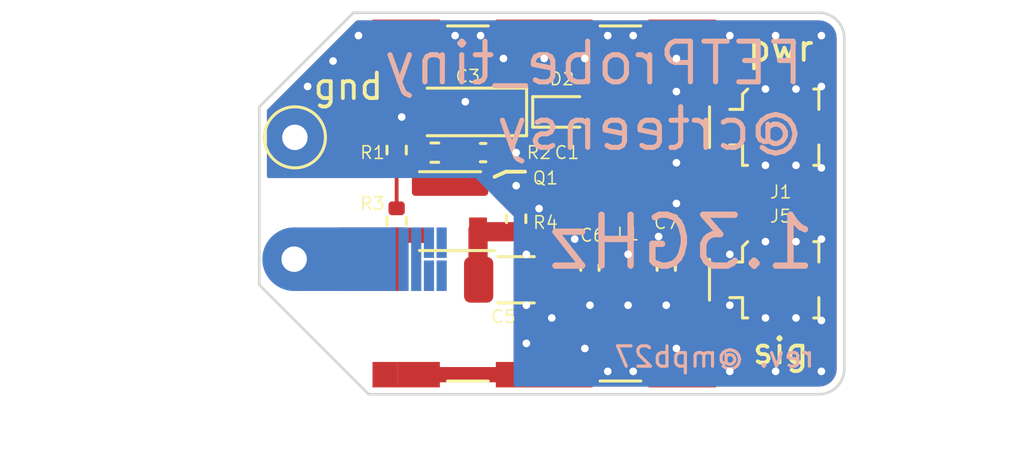
<source format=kicad_pcb>
(kicad_pcb (version 20241229) (generator "pcbnew") (generator_version "9.0")
  (layers (0 "F.Cu" signal) (2 "B.Cu" signal) (13 "F.Paste" user) (15 "B.Paste" user) (5 "F.SilkS" user "F.Silkscreen") (7 "B.SilkS" user "B.Silkscreen") (1 "F.Mask" user) (3 "B.Mask" user) (25 "Edge.Cuts" user))
  (net 0 "")
  (net 1 "GND")
  (net 3 "Net-(C4-Pad2)")
  (net 4 "/out2")
  (net 5 "/out1")
  (net 6 "Net-(R1-Pad2)")
  (net 7 "/out")
  (net 8 "Net-(D2-Pad2)")
  (net 9 "+5V")
  (footprint "Connector_Coaxial:U.FL_Molex_MCRF_73412-0110_Vertical" (layer "F.Cu") (at 122.5 103 -90)
    (property "Reference" "J5" (at -2.5 0 0) (layer "F.SilkS") (effects (font (size 0.5 0.5) (thickness 0.06))))
    (property "Value" "u.Fl")
    (fp_line (start -1.3 1.5) (end -1.5 1.3) (stroke (width 0.12)) (layer "F.SilkS"))
    (fp_line (start -0.7 1.5) (end -0.7 2) (stroke (width 0.12)) (layer "F.SilkS"))
    (fp_line (start -0.7 1.5) (end -1.3 1.5) (stroke (width 0.12)) (layer "F.SilkS"))
    (fp_line (start 0.7 1.5) (end 0.7 2) (stroke (width 0.12)) (layer "F.SilkS"))
    (fp_line (start 1.5 1.5) (end 0.7 1.5) (stroke (width 0.12)) (layer "F.SilkS"))
    (fp_line (start 1.5 1.3) (end 1.5 1.5) (stroke (width 0.12)) (layer "F.SilkS"))
    (fp_line (start -1.5 -1.3) (end -1.5 -1.5) (stroke (width 0.12)) (layer "F.SilkS"))
    (fp_line (start -1.5 -1.5) (end -0.7 -1.5) (stroke (width 0.12)) (layer "F.SilkS"))
    (fp_line (start 0.7 -1.5) (end 1.5 -1.5) (stroke (width 0.12)) (layer "F.SilkS"))
    (fp_line (start 1.5 -1.5) (end 1.5 -1.3) (stroke (width 0.12)) (layer "F.SilkS"))
    (pad "1" smd rect (at 0 1.5 270) (size 1 1) (layers "F.Cu" "F.Mask" "F.Paste") (net 7 "/out"))
    (pad "2" smd rect (at -1.475 0 270) (size 1.05 2.2) (layers "F.Cu" "F.Mask" "F.Paste") (net 1 "GND"))
    (pad "2" smd rect (at 0 -1.5 270) (size 1 1) (layers "F.Cu" "F.Mask" "F.Paste") (net 1 "GND"))
    (pad "2" smd rect (at 1.475 0 270) (size 1.05 2.2) (layers "F.Cu" "F.Mask" "F.Paste") (net 1 "GND"))
  )
  (footprint "RF_Shielding:Laird_Technologies_BMI-S-101_13.66x12.70mm" (layer "F.Cu") (at 113.2 100)
    (property "Reference" "N1" (hide yes))
    (property "Value" "Laird_BMI-S-101")
    (fp_line (start -3.8 -6.98) (end -2.2 -6.98) (stroke (width 0.12)) (layer "F.SilkS"))
    (fp_line (start -3.8 6.98) (end -2.2 6.98) (stroke (width 0.12)) (layer "F.SilkS"))
    (fp_line (start 2.2 -6.98) (end 3.8 -6.98) (stroke (width 0.12)) (layer "F.SilkS"))
    (fp_line (start 2.2 6.98) (end 3.8 6.98) (stroke (width 0.12)) (layer "F.SilkS"))
    (fp_line (start 6.5 -3.8) (end 6.5 -2.2) (stroke (width 0.12)) (layer "F.SilkS"))
    (fp_line (start 6.5 2.2) (end 6.5 3.8) (stroke (width 0.12)) (layer "F.SilkS"))
    (pad "1" smd rect (at -6.25 -6.73) (size 1 1) (layers "F.Cu" "F.Mask" "F.Paste") (net 1 "GND"))
    (pad "1" smd rect (at -6.25 6.73) (size 1 1) (layers "F.Cu" "F.Mask" "F.Paste") (net 1 "GND"))
    (pad "1" smd rect (at -4.925 -6.73) (size 1.65 1) (layers "F.Cu" "F.Mask" "F.Paste") (net 1 "GND"))
    (pad "1" smd rect (at -4.925 6.73) (size 1.65 1) (layers "F.Cu" "F.Mask" "F.Paste") (net 1 "GND"))
    (pad "1" smd rect (at 0 -6.73) (size 3.8 1) (layers "F.Cu" "F.Mask" "F.Paste") (net 1 "GND"))
    (pad "1" smd rect (at 0 6.73) (size 3.8 1) (layers "F.Cu" "F.Mask" "F.Paste") (net 1 "GND"))
    (pad "1" smd rect (at 4.925 -6.73) (size 1.65 1) (layers "F.Cu" "F.Mask" "F.Paste") (net 1 "GND"))
    (pad "1" smd rect (at 4.925 6.73) (size 1.65 1) (layers "F.Cu" "F.Mask" "F.Paste") (net 1 "GND"))
    (pad "1" smd rect (at 6.25 -6.73) (size 1 1) (layers "F.Cu" "F.Mask" "F.Paste") (net 1 "GND"))
    (pad "1" smd rect (at 6.25 -5.165) (size 1 2.13) (layers "F.Cu" "F.Mask" "F.Paste") (net 1 "GND"))
    (pad "1" smd rect (at 6.25 0) (size 1 3.8) (layers "F.Cu" "F.Mask" "F.Paste") (net 1 "GND"))
    (pad "1" smd rect (at 6.25 5.165) (size 1 2.13) (layers "F.Cu" "F.Mask" "F.Paste") (net 1 "GND"))
    (pad "1" smd rect (at 6.25 6.73) (size 1 1) (layers "F.Cu" "F.Mask" "F.Paste") (net 1 "GND"))
  )
  (footprint "FETProbe:SOT-143_mod" (layer "F.Cu") (at 109.5 100.3 180)
    (property "Reference" "Q1" (at -3.75 1.3 180) (layer "F.SilkS") (effects (font (size 0.5 0.5) (thickness 0.06))))
    (property "Value" "BF998")
    (fp_line (start 1.2 -1.55) (end -1.75 -1.55) (stroke (width 0.12)) (layer "F.SilkS"))
    (fp_line (start -1.2 1.55) (end 1.2 1.55) (stroke (width 0.12)) (layer "F.SilkS"))
    (pad "1" smd rect (at -1.1 -0.75 180) (size 0.7 1) (layers "F.Cu" "F.Mask" "F.Paste") (net 4 "/out2"))
    (pad "2" smd rect (at -1.1 0.95 180) (size 0.7 0.6) (layers "F.Cu" "F.Mask" "F.Paste") (net 9 "+5V"))
    (pad "3" smd rect (at 1.1 0.95 180) (size 0.7 0.6) (layers "F.Cu" "F.Mask" "F.Paste") (net 9 "+5V"))
    (pad "4" smd rect (at 1.1 -0.95 180) (size 0.7 0.6) (layers "F.Cu" "F.Mask" "F.Paste") (net 3 "Net-(C4-Pad2)"))
  )
  (footprint "Resistor_SMD:R_0402_1005Metric" (layer "F.Cu") (at 108.9 98)
    (property "Reference" "R2" (at 4.1 0 0) (layer "F.SilkS") (effects (font (size 0.5 0.5) (thickness 0.06))))
    (property "Value" "6k8")
    (fp_line (start -0.153641 -0.38) (end 0.153641 -0.38) (stroke (width 0.12)) (layer "F.SilkS"))
    (fp_line (start -0.153641 0.38) (end 0.153641 0.38) (stroke (width 0.12)) (layer "F.SilkS"))
    (pad "1" smd roundrect (at -0.51 0) (size 0.54 0.64) (layers "F.Cu" "F.Mask" "F.Paste") (net 6 "Net-(R1-Pad2)"))
    (pad "2" smd roundrect (at 0.51 0) (size 0.54 0.64) (layers "F.Cu" "F.Mask" "F.Paste") (net 9 "+5V"))
  )
  (footprint "Capacitor_Tantalum_SMD:CP_EIA-3216-18_Kemet-A" (layer "F.Cu") (at 110.2 96.4 180)
    (property "Reference" "C3" (at 0 1.4 0) (layer "F.SilkS") (effects (font (size 0.5 0.5) (thickness 0.06))))
    (property "Value" "100uF")
    (fp_line (start 1.6 -0.935) (end -2.31 -0.935) (stroke (width 0.12)) (layer "F.SilkS"))
    (fp_line (start -2.31 0.935) (end 1.6 0.935) (stroke (width 0.12)) (layer "F.SilkS"))
    (fp_line (start -2.31 -0.935) (end -2.31 0.935) (stroke (width 0.12)) (layer "F.SilkS"))
    (pad "1" smd roundrect (at -1.35 0 180) (size 1.4 1.35) (layers "F.Cu" "F.Mask" "F.Paste") (roundrect_rratio 0.1851851852) (net 9 "+5V"))
    (pad "2" smd roundrect (at 1.35 0 180) (size 1.4 1.35) (layers "F.Cu" "F.Mask" "F.Paste") (roundrect_rratio 0.1851851852) (net 1 "GND"))
  )
  (footprint "Resistor_SMD:R_0402_1005Metric" (layer "F.Cu") (at 107.4 100.7 -90)
    (property "Reference" "R3" (at -0.7 0.95 180) (layer "F.SilkS") (effects (font (size 0.5 0.5) (thickness 0.06))))
    (property "Value" "1M")
    (fp_line (start -0.153641 0.38) (end 0.153641 0.38) (stroke (width 0.12)) (layer "F.SilkS"))
    (fp_line (start -0.153641 -0.38) (end 0.153641 -0.38) (stroke (width 0.12)) (layer "F.SilkS"))
    (pad "1" smd roundrect (at -0.51 0 270) (size 0.54 0.64) (layers "F.Cu" "F.Mask" "F.Paste") (net 6 "Net-(R1-Pad2)"))
    (pad "2" smd roundrect (at 0.51 0 270) (size 0.54 0.64) (layers "F.Cu" "F.Mask" "F.Paste") (net 3 "Net-(C4-Pad2)"))
  )
  (footprint "Connector_Coaxial:U.FL_Molex_MCRF_73412-0110_Vertical" (layer "F.Cu") (at 122.5 97 -90)
    (property "Reference" "J1" (at 2.55 0 180) (layer "F.SilkS") (effects (font (size 0.5 0.5) (thickness 0.06))))
    (property "Value" "u.Fl")
    (fp_line (start -1.3 1.5) (end -1.5 1.3) (stroke (width 0.12)) (layer "F.SilkS"))
    (fp_line (start -0.7 1.5) (end -0.7 2) (stroke (width 0.12)) (layer "F.SilkS"))
    (fp_line (start -0.7 1.5) (end -1.3 1.5) (stroke (width 0.12)) (layer "F.SilkS"))
    (fp_line (start 0.7 1.5) (end 0.7 2) (stroke (width 0.12)) (layer "F.SilkS"))
    (fp_line (start 1.5 1.5) (end 0.7 1.5) (stroke (width 0.12)) (layer "F.SilkS"))
    (fp_line (start 1.5 1.3) (end 1.5 1.5) (stroke (width 0.12)) (layer "F.SilkS"))
    (fp_line (start -1.5 -1.3) (end -1.5 -1.5) (stroke (width 0.12)) (layer "F.SilkS"))
    (fp_line (start -1.5 -1.5) (end -0.7 -1.5) (stroke (width 0.12)) (layer "F.SilkS"))
    (fp_line (start 0.7 -1.5) (end 1.5 -1.5) (stroke (width 0.12)) (layer "F.SilkS"))
    (fp_line (start 1.5 -1.5) (end 1.5 -1.3) (stroke (width 0.12)) (layer "F.SilkS"))
    (pad "1" smd rect (at 0 1.5 270) (size 1 1) (layers "F.Cu" "F.Mask" "F.Paste") (net 8 "Net-(D2-Pad2)"))
    (pad "2" smd rect (at -1.475 0 270) (size 1.05 2.2) (layers "F.Cu" "F.Mask" "F.Paste") (net 1 "GND"))
    (pad "2" smd rect (at 0 -1.5 270) (size 1 1) (layers "F.Cu" "F.Mask" "F.Paste") (net 1 "GND"))
    (pad "2" smd rect (at 1.475 0 270) (size 1.05 2.2) (layers "F.Cu" "F.Mask" "F.Paste") (net 1 "GND"))
  )
  (footprint "Resistor_SMD:R_0402_1005Metric" (layer "F.Cu") (at 107.4 97.9 -90)
    (property "Reference" "R1" (at 0.1 0.95 180) (layer "F.SilkS") (effects (font (size 0.5 0.5) (thickness 0.06))))
    (property "Value" "4k7")
    (fp_line (start -0.153641 0.38) (end 0.153641 0.38) (stroke (width 0.12)) (layer "F.SilkS"))
    (fp_line (start -0.153641 -0.38) (end 0.153641 -0.38) (stroke (width 0.12)) (layer "F.SilkS"))
    (pad "1" smd roundrect (at -0.51 0 270) (size 0.54 0.64) (layers "F.Cu" "F.Mask" "F.Paste") (net 1 "GND"))
    (pad "2" smd roundrect (at 0.51 0 270) (size 0.54 0.64) (layers "F.Cu" "F.Mask" "F.Paste") (net 6 "Net-(R1-Pad2)"))
  )
  (footprint "FETProbe:input_cap" (layer "F.Cu") (at 108.07 102.19)
    (property "Reference" "C4" (hide yes))
    (property "Value" "C" (hide yes))
    (fp_rect (start -0.6 -1.25) (end -0.2 1.25) (fill yes) (layer "B.Cu"))
    (fp_rect (start -0.1 -1.25) (end 0.3 1.25) (fill yes) (layer "B.Cu"))
    (fp_rect (start 0.4 -1.25) (end 0.8 -0.05) (fill yes) (layer "B.Cu"))
    (fp_rect (start 0.4 0.05) (end 0.8 1.25) (fill yes) (layer "B.Cu"))
    (fp_rect (start 0.9 -1.25) (end 1.3 -0.05) (fill yes) (layer "B.Cu"))
    (fp_rect (start 0.9 0.05) (end 1.3 1.25) (fill yes) (layer "B.Cu"))
    (fp_circle (center -4.7 0) (end -3.45 0) (fill yes) (layer "B.Cu"))
    (fp_poly (pts (xy -4.7 -1.25) (xy -0.7 -1.25) (xy -0.7 1.25) (xy -4.7 1.25)) (fill yes) (layer "B.Cu"))
    (pad "1" thru_hole circle (at -4.7 0) (size 2 2) (drill 1) (layers "*.Cu" "*.Mask"))
    (pad "2" smd rect (at -1.6 0) (size 2.5 2.5) (layers "F.Cu") (net 3 "Net-(C4-Pad2)"))
  )
  (footprint "Capacitor_SMD:C_0402_1005Metric" (layer "F.Cu") (at 115 102.52 -90)
    (property "Reference" "C6" (at -1.27 -0.1 180) (layer "F.SilkS") (effects (font (size 0.5 0.5) (thickness 0.06))))
    (property "Value" "2.2pF")
    (fp_line (start -0.107836 0.36) (end 0.107836 0.36) (stroke (width 0.12)) (layer "F.SilkS"))
    (fp_line (start -0.107836 -0.36) (end 0.107836 -0.36) (stroke (width 0.12)) (layer "F.SilkS"))
    (pad "1" smd roundrect (at -0.48 0 270) (size 0.56 0.62) (layers "F.Cu" "F.Mask" "F.Paste") (net 1 "GND"))
    (pad "2" smd roundrect (at 0.48 0 270) (size 0.56 0.62) (layers "F.Cu" "F.Mask" "F.Paste") (net 5 "/out1"))
  )
  (footprint "Capacitor_SMD:C_0402_1005Metric" (layer "F.Cu") (at 110.8 98 180)
    (property "Reference" "C1" (at -3.3 0 0) (layer "F.SilkS") (effects (font (size 0.5 0.5) (thickness 0.06))))
    (property "Value" "10uF")
    (fp_line (start -0.107836 0.36) (end 0.107836 0.36) (stroke (width 0.12)) (layer "F.SilkS"))
    (fp_line (start -0.107836 -0.36) (end 0.107836 -0.36) (stroke (width 0.12)) (layer "F.SilkS"))
    (pad "1" smd roundrect (at -0.48 0 180) (size 0.56 0.62) (layers "F.Cu" "F.Mask" "F.Paste") (net 1 "GND"))
    (pad "2" smd roundrect (at 0.48 0 180) (size 0.56 0.62) (layers "F.Cu" "F.Mask" "F.Paste") (net 9 "+5V"))
  )
  (footprint "TestPoint:TestPoint_THTPad_D2.0mm_Drill1.0mm" (layer "F.Cu") (at 103.4 97.4)
    (property "Reference" "TP3" (hide yes))
    (property "Value" "TestPoint" (hide yes))
    (fp_circle (center 0 0) (end 0 1.2) (stroke (width 0.12)) (fill no) (layer "F.SilkS"))
    (pad "1" thru_hole circle (at 0 0) (size 2 2) (drill 1) (layers "*.Cu" "*.Mask") (net 1 "GND"))
  )
  (footprint "Capacitor_SMD:C_0402_1005Metric" (layer "F.Cu") (at 118 102.52 -90)
    (property "Reference" "C7" (at -1.77 0 180) (layer "F.SilkS") (effects (font (size 0.5 0.5) (thickness 0.06))))
    (property "Value" "2.2pF")
    (fp_line (start -0.107836 0.36) (end 0.107836 0.36) (stroke (width 0.12)) (layer "F.SilkS"))
    (fp_line (start -0.107836 -0.36) (end 0.107836 -0.36) (stroke (width 0.12)) (layer "F.SilkS"))
    (pad "1" smd roundrect (at -0.48 0 270) (size 0.56 0.62) (layers "F.Cu" "F.Mask" "F.Paste") (net 1 "GND"))
    (pad "2" smd roundrect (at 0.48 0 270) (size 0.56 0.62) (layers "F.Cu" "F.Mask" "F.Paste") (net 7 "/out"))
  )
  (footprint "Capacitor_SMD:C_1206_3216Metric" (layer "F.Cu") (at 112.1 103)
    (property "Reference" "C5" (at -0.5 1.45 0) (layer "F.SilkS") (effects (font (size 0.5 0.5) (thickness 0.06))))
    (property "Value" "100nF")
    (fp_line (start -0.711252 -0.91) (end 0.711252 -0.91) (stroke (width 0.12)) (layer "F.SilkS"))
    (fp_line (start -0.711252 0.91) (end 0.711252 0.91) (stroke (width 0.12)) (layer "F.SilkS"))
    (pad "1" smd roundrect (at -1.475 0) (size 1.15 1.8) (layers "F.Cu" "F.Mask" "F.Paste") (roundrect_rratio 0.2173913043) (net 4 "/out2"))
    (pad "2" smd roundrect (at 1.475 0) (size 1.15 1.8) (layers "F.Cu" "F.Mask" "F.Paste") (roundrect_rratio 0.2173913043) (net 5 "/out1"))
  )
  (footprint "Diode_SMD:D_SOD-523" (layer "F.Cu") (at 113.9 96.4)
    (property "Reference" "D2" (at 0 -1.3 0) (layer "F.SilkS") (effects (font (size 0.5 0.5) (thickness 0.06))))
    (property "Value" "RB531SM-30FH")
    (fp_line (start -1.15 -0.6) (end -1.15 0.6) (stroke (width 0.12)) (layer "F.SilkS"))
    (fp_line (start 0.7 -0.6) (end -1.15 -0.6) (stroke (width 0.12)) (layer "F.SilkS"))
    (fp_line (start 0.7 0.6) (end -1.15 0.6) (stroke (width 0.12)) (layer "F.SilkS"))
    (pad "1" smd rect (at -0.7 0 180) (size 0.6 0.7) (layers "F.Cu" "F.Mask" "F.Paste") (net 9 "+5V"))
    (pad "2" smd rect (at 0.7 0 180) (size 0.6 0.7) (layers "F.Cu" "F.Mask" "F.Paste") (net 8 "Net-(D2-Pad2)"))
  )
  (footprint "Inductor_SMD:L_0402_1005Metric" (layer "F.Cu") (at 116.5 103)
    (property "Reference" "L1" (at 0 -1.8 0) (layer "F.SilkS") (effects (font (size 0.5 0.5) (thickness 0.06))))
    (property "Value" "10nH")
    (pad "1" smd roundrect (at -0.485 0) (size 0.59 0.64) (layers "F.Cu" "F.Mask" "F.Paste") (net 5 "/out1"))
    (pad "2" smd roundrect (at 0.485 0) (size 0.59 0.64) (layers "F.Cu" "F.Mask" "F.Paste") (net 7 "/out"))
  )
  (footprint "Resistor_SMD:R_0402_1005Metric" (layer "F.Cu") (at 112.1 100.6 90)
    (property "Reference" "R4" (at -0.15 1.15 180) (layer "F.SilkS") (effects (font (size 0.5 0.5) (thickness 0.06))))
    (property "Value" "47R")
    (fp_line (start -0.153641 -0.38) (end 0.153641 -0.38) (stroke (width 0.12)) (layer "F.SilkS"))
    (fp_line (start -0.153641 0.38) (end 0.153641 0.38) (stroke (width 0.12)) (layer "F.SilkS"))
    (pad "1" smd roundrect (at -0.51 0 90) (size 0.54 0.64) (layers "F.Cu" "F.Mask" "F.Paste") (net 4 "/out2"))
    (pad "2" smd roundrect (at 0.51 0 90) (size 0.54 0.64) (layers "F.Cu" "F.Mask" "F.Paste") (net 1 "GND"))
  )
  (gr_line (start 112.45 98.75) (end 111.7 98.75) (stroke (width 0.15)) (layer "F.SilkS"))
  (gr_line (start 111.7 98.75) (end 111.25 98.95) (stroke (width 0.15)) (layer "F.SilkS"))
  (gr_arc (start 125 106.5) (mid 124.707107 107.207107) (end 124 107.5) (stroke (width 0.1)) (layer "Edge.Cuts"))
  (gr_line (start 102 103.2) (end 102 96.2) (stroke (width 0.1)) (layer "Edge.Cuts"))
  (gr_arc (start 124 92.5) (mid 124.707107 92.792893) (end 125 93.5) (stroke (width 0.1)) (layer "Edge.Cuts"))
  (gr_line (start 125 93.5) (end 125 106.5) (stroke (width 0.1)) (layer "Edge.Cuts"))
  (gr_line (start 102 96.2) (end 105.7 92.5) (stroke (width 0.1)) (layer "Edge.Cuts"))
  (gr_line (start 106.3 107.5) (end 124 107.5) (stroke (width 0.1)) (layer "Edge.Cuts"))
  (gr_line (start 102 103.2) (end 106.3 107.5) (stroke (width 0.1)) (layer "Edge.Cuts"))
  (gr_line (start 105.7 92.5) (end 124 92.5) (stroke (width 0.1)) (layer "Edge.Cuts"))
  (gr_text "pwr" (at 122.5 93.9 0) (layer "F.SilkS") (effects (font (size 1 1))))
  (gr_text "sig\n" (at 122.5 105.8 0) (layer "F.SilkS") (effects (font (size 1 1))))
  (gr_text "gnd" (at 105.5 95.4 0) (layer "F.SilkS") (effects (font (size 1 1))))
  (gr_text "1.3GHz" (at 124 102.7 0) (layer "B.SilkS") (effects (font (size 2 2) (thickness 0.25)) (justify left bottom mirror)))
  (gr_text "FETProbe_tiny\n@crteensy" (at 123.5 98 0) (layer "B.SilkS") (effects (font (size 1.6 1.6) (thickness 0.2)) (justify left bottom mirror)))
  (gr_text "rev. @mpb27" (at 123.9 106.5 0) (layer "B.SilkS") (effects (font (size 0.8 0.8) (thickness 0.125)) (justify left bottom mirror)))
  (segment (start 108.275 106.73) (end 113.2 106.73) (width 0.6) (layer "F.Cu") (net 1))
  (via (at 124.1 104.6) (size 0.6) (drill 0.3) (layers "F.Cu" "B.Cu") (net 1))
  (via (at 124.1 98.6) (size 0.6) (drill 0.3) (layers "F.Cu" "B.Cu") (net 1))
  (via (at 118.4 95.6) (size 0.6) (drill 0.3) (layers "F.Cu" "B.Cu") (net 1))
  (via (at 104.9 94.4) (size 0.6) (drill 0.3) (layers "F.Cu" "B.Cu") (net 1))
  (via (at 113 100.2) (size 0.6) (drill 0.3) (layers "F.Cu" "B.Cu") (net 1))
  (via (at 116.7 93.4) (size 0.6) (drill 0.3) (layers "F.Cu" "B.Cu") (net 1))
  (via (at 123.1 98.5) (size 0.6) (drill 0.3) (layers "F.Cu" "B.Cu") (net 1))
  (via (at 105.9 93.4) (size 0.6) (drill 0.3) (layers "F.Cu" "B.Cu") (net 1))
  (via (at 115 104) (size 0.6) (drill 0.3) (layers "F.Cu" "B.Cu") (net 1))
  (via (at 116.5 102) (size 0.6) (drill 0.3) (layers "F.Cu" "B.Cu") (net 1))
  (via (at 123.1 104.5) (size 0.6) (drill 0.3) (layers "F.Cu" "B.Cu") (net 1))
  (via (at 111.6 94.3) (size 0.6) (drill 0.3) (layers "F.Cu" "B.Cu") (net 1))
  (via (at 114.4 101.4) (size 0.6) (drill 0.3) (layers "F.Cu" "B.Cu") (net 1))
  (via (at 114.8 105.7) (size 0.6) (drill 0.3) (layers "F.Cu" "B.Cu") (net 1))
  (via (at 116.7 106.6) (size 0.6) (drill 0.3) (layers "F.Cu" "B.Cu") (net 1))
  (via (at 115.7 93.4) (size 0.6) (drill 0.3) (layers "F.Cu" "B.Cu") (net 1))
  (via (at 109.7 93.4) (size 0.6) (drill 0.3) (layers "F.Cu" "B.Cu") (net 1))
  (via (at 118.4 98.4) (size 0.6) (drill 0.3) (layers "F.Cu" "B.Cu") (net 1))
  (via (at 118 104) (size 0.6) (drill 0.3) (layers "F.Cu" "B.Cu") (net 1))
  (via (at 121.9 101.5) (size 0.6) (drill 0.3) (layers "F.Cu" "B.Cu") (net 1))
  (via (at 110.7 93.4) (size 0.6) (drill 0.3) (layers "F.Cu" "B.Cu") (net 1))
  (via (at 120.5 93.4) (size 0.6) (drill 0.3) (layers "F.Cu" "B.Cu") (net 1))
  (via (at 121.9 98.5) (size 0.6) (drill 0.3) (layers "F.Cu" "B.Cu") (net 1))
  (via (at 121.9 95.5) (size 0.6) (drill 0.3) (layers "F.Cu" "B.Cu") (net 1))
  (via (at 107.6 96.6) (size 0.6) (drill 0.3) (layers "F.Cu" "B.Cu") (net 1))
  (via (at 123.1 95.5) (size 0.6) (drill 0.3) (layers "F.Cu" "B.Cu") (net 1))
  (via (at 112.5 104) (size 0.6) (drill 0.3) (layers "F.Cu" "B.Cu") (net 1))
  (via (at 117.7 101.3) (size 0.6) (drill 0.3) (layers "F.Cu" "B.Cu") (net 1))
  (via (at 124.1 95.4) (size 0.6) (drill 0.3) (layers "F.Cu" "B.Cu") (net 1))
  (via (at 120.5 106.6) (size 0.6) (drill 0.3) (layers "F.Cu" "B.Cu") (net 1))
  (via (at 103.9 95.4) (size 0.6) (drill 0.3) (layers "F.Cu" "B.Cu") (net 1))
  (via (at 122.3 93.4) (size 0.6) (drill 0.3) (layers "F.Cu" "B.Cu") (net 1))
  (via (at 124.1 106.6) (size 0.6) (drill 0.3) (layers "F.Cu" "B.Cu") (net 1))
  (via (at 123.1 101.5) (size 0.6) (drill 0.3) (layers "F.Cu" "B.Cu") (net 1))
  (via (at 115.7 106.6) (size 0.6) (drill 0.3) (layers "F.Cu" "B.Cu") (net 1))
  (via (at 114.8 94.3) (size 0.6) (drill 0.3) (layers "F.Cu" "B.Cu") (net 1))
  (via (at 112.5 105.5) (size 0.6) (drill 0.3) (layers "F.Cu" "B.Cu") (net 1))
  (via (at 120.5 102) (size 0.6) (drill 0.3) (layers "F.Cu" "B.Cu") (net 1))
  (via (at 116.5 104) (size 0.6) (drill 0.3) (layers "F.Cu" "B.Cu") (net 1))
  (via (at 118.4 94.3) (size 0.6) (drill 0.3) (layers "F.Cu" "B.Cu") (net 1))
  (via (at 112.5 102) (size 0.6) (drill 0.3) (layers "F.Cu" "B.Cu") (net 1))
  (via (at 113.5 104.5) (size 0.6) (drill 0.3) (layers "F.Cu" "B.Cu") (net 1))
  (via (at 113.2 94.3) (size 0.6) (drill 0.3) (layers "F.Cu" "B.Cu") (net 1))
  (via (at 121.9 104.5) (size 0.6) (drill 0.3) (layers "F.Cu" "B.Cu") (net 1))
  (via (at 112.1 99.3) (size 0.6) (drill 0.3) (layers "F.Cu" "B.Cu") (net 1))
  (via (at 118.4 105.7) (size 0.6) (drill 0.3) (layers "F.Cu" "B.Cu") (net 1))
  (via (at 124.1 101.4) (size 0.6) (drill 0.3) (layers "F.Cu" "B.Cu") (net 1))
  (via (at 112.1 98) (size 0.6) (drill 0.3) (layers "F.Cu" "B.Cu") (net 1))
  (via (at 110.1 96) (size 0.6) (drill 0.3) (layers "F.Cu" "B.Cu") (net 1))
  (via (at 118.4 100) (size 0.6) (drill 0.3) (layers "F.Cu" "B.Cu") (net 1))
  (via (at 120.5 104) (size 0.6) (drill 0.3) (layers "F.Cu" "B.Cu") (net 1))
  (via (at 122.3 106.6) (size 0.6) (drill 0.3) (layers "F.Cu" "B.Cu") (net 1))
  (via (at 124.1 93.4) (size 0.6) (drill 0.3) (layers "F.Cu" "B.Cu") (net 1))
  (segment (start 108.4 101.25) (end 107.44 101.25) (width 0.6) (layer "F.Cu") (net 3))
  (segment (start 110.6 101.05) (end 110.6 102.975) (width 0.757) (layer "F.Cu") (net 4))
  (segment (start 110.6 102.975) (end 110.625 103) (width 0.757) (layer "F.Cu") (net 4))
  (segment (start 112.1 101.11) (end 110.66 101.11) (width 0.757) (layer "F.Cu") (net 4))
  (segment (start 110.66 101.11) (end 110.6 101.05) (width 0.757) (layer "F.Cu") (net 4))
  (segment (start 116.015 103) (end 115 103) (width 0.757) (layer "F.Cu") (net 5))
  (segment (start 113.575 103) (end 115 103) (width 0.757) (layer "F.Cu") (net 5))
  (segment (start 107.81 98) (end 107.4 98.41) (width 0.15) (layer "F.Cu") (net 6))
  (segment (start 108.39 98) (end 107.81 98) (width 0.15) (layer "F.Cu") (net 6))
  (segment (start 107.4 100.19) (end 107.4 98.41) (width 0.15) (layer "F.Cu") (net 6))
  (segment (start 116.985 103) (end 118 103) (width 0.757) (layer "F.Cu") (net 7))
  (segment (start 118 103) (end 121 103) (width 0.757) (layer "F.Cu") (net 7))
  (segment (start 121 97) (end 117.7 97) (width 0.6) (layer "F.Cu") (net 8))
  (segment (start 117.1 96.4) (end 114.6 96.4) (width 0.6) (layer "F.Cu") (net 8))
  (segment (start 117.7 97) (end 117.1 96.4) (width 0.6) (layer "F.Cu") (net 8))
  (segment (start 113.2 96.4) (end 111.55 96.4) (width 0.6) (layer "F.Cu") (net 9))
  (zone (net 9) (net_name "+5V") (layer "F.Cu") (priority 1) (connect_pads yes (clearance 0.2)) (min_thickness 0.254) (fill yes (thermal_gap 0.508) (thermal_bridge_width 0.508))
    (polygon (pts (xy 111.9 97) (xy 111.4 97) (xy 110.7 97.7) (xy 110.7 98.4) (xy 111 98.7) (xy 111 99.7) (xy 108 99.7) (xy 108 98.7) (xy 108.7 98.7) (xy 109.2 98.2) (xy 109.2 97.7) (xy 109.4 97.5) (xy 109.4 97.3) (xy 110.9 95.8) (xy 111.9 95.8)))
  )
  (zone (net 1) (net_name "GND") (layers "F.Cu" "B.Cu") (connect_pads yes (clearance 0.2)) (min_thickness 0.15) (fill yes (thermal_gap 0.508) (thermal_bridge_width 0.508))
    (polygon (pts (xy 126 108) (xy 112 108) (xy 112 100.5) (xy 110.5 99) (xy 102 99) (xy 102 92) (xy 126 92)))
  )
)
</source>
